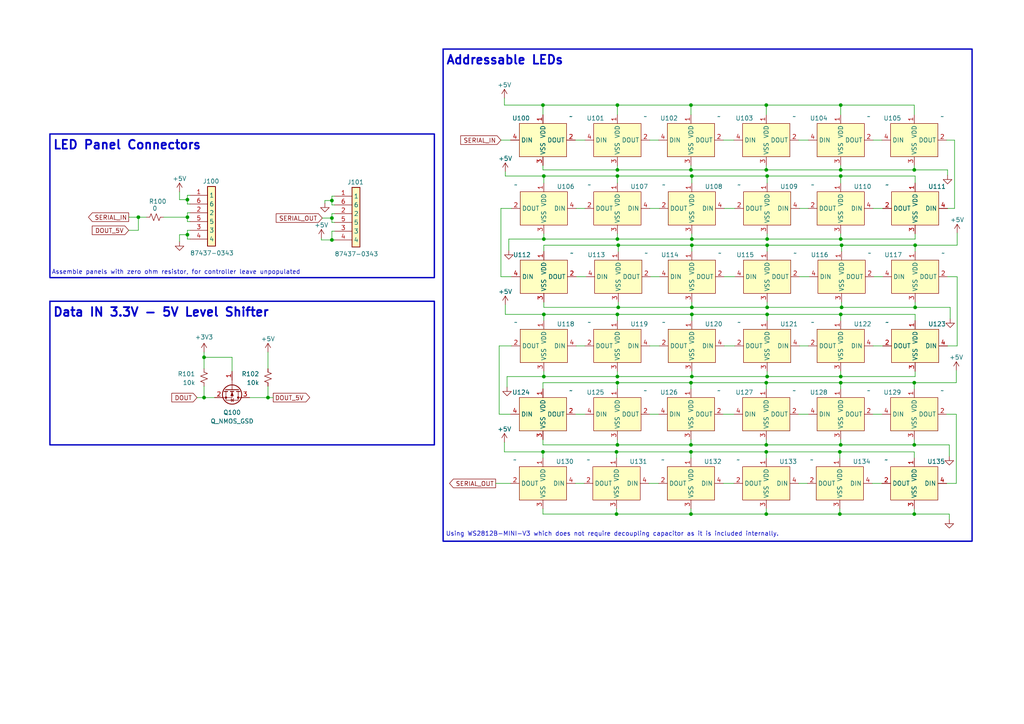
<source format=kicad_sch>
(kicad_sch (version 20231120) (generator "eeschema") (generator_version "8.0")
  (paper "A4")
  (lib_symbols
    (symbol "Device:Q_NMOS_GSD" (pin_names (offset 0) hide)
      (property "Reference" "Q" (at 5.08 1.27 0))
      (property "Value" "Q_NMOS_GSD" (at 5.08 -1.27 0))
      (symbol "Q_NMOS_GSD_0_1"
        (polyline (pts (xy 0.254 0) (xy -2.54 0)))
        (polyline (pts (xy 0.254 1.905) (xy 0.254 -1.905)) (stroke (width 0.254)))
        (polyline (pts (xy 0.762 -1.27) (xy 0.762 -2.286)) (stroke (width 0.254)))
        (polyline (pts (xy 0.762 0.508) (xy 0.762 -0.508)) (stroke (width 0.254)))
        (polyline (pts (xy 0.762 2.286) (xy 0.762 1.27)) (stroke (width 0.254)))
        (polyline (pts (xy 2.54 2.54) (xy 2.54 1.778)))
        (polyline (pts (xy 2.54 -2.54) (xy 2.54 0) (xy 0.762 0)))
        (polyline (pts (xy 0.762 -1.778) (xy 3.302 -1.778) (xy 3.302 1.778) (xy 0.762 1.778)))
        (polyline (pts (xy 1.016 0) (xy 2.032 0.381) (xy 2.032 -0.381) (xy 1.016 0)) (fill (type outline)))
        (polyline (pts (xy 2.794 0.508) (xy 2.921 0.381) (xy 3.683 0.381) (xy 3.81 0.254)))
        (polyline (pts (xy 3.302 0.381) (xy 2.921 -0.254) (xy 3.683 -0.254) (xy 3.302 0.381)))
        (circle (center 1.651 0) (radius 2.794) (stroke (width 0.254)))
        (circle (center 2.54 -1.778) (radius 0.254) (fill (type outline)))
        (circle (center 2.54 1.778) (radius 0.254) (fill (type outline)))
      )
      (symbol "Q_NMOS_GSD_1_1"
        (pin input line (at -5.08 0 0) (length 2.54) (name "G") (number "1"))
        (pin passive line (at 2.54 -5.08 90) (length 2.54) (name "S") (number "2"))
        (pin passive line (at 2.54 5.08 270) (length 2.54) (name "D") (number "3"))
      )
    )
    (symbol "Device:R_Small_US" (pin_numbers hide) (pin_names (offset 0.254) hide)
      (property "Reference" "R" (at 0.762 0.508 0))
      (property "Value" "R_Small_US" (at 0.762 -1.016 0))
      (symbol "R_Small_US_1_1"
        (polyline (pts (xy 0 0) (xy 1.016 -0.381) (xy 0 -0.762) (xy -1.016 -1.143) (xy 0 -1.524)))
        (polyline (pts (xy 0 1.524) (xy 1.016 1.143) (xy 0 0.762) (xy -1.016 0.381) (xy 0 0)))
        (pin passive line (at 0 2.54 270) (length 1.016) (name "~") (number "1"))
        (pin passive line (at 0 -2.54 90) (length 1.016) (name "~") (number "2"))
      )
    )
    (symbol "LEDSphere_symbols:WS2812B-MINI"
      (property "Reference" "U" (at -6.35 5.842 0))
      (symbol "WS2812B-MINI_1_1"
        (rectangle (start -6.858 4.826) (end 6.858 -4.826) (fill (type background)))
        (pin input line (at 0 7.366 270) (length 2.54) (name "VDD") (number "1"))
        (pin output line (at 9.398 0 180) (length 2.54) (name "DOUT") (number "2"))
        (pin input line (at 0 -7.366 90) (length 2.54) (name "VSS") (number "3"))
        (pin input line (at -9.398 0 0) (length 2.54) (name "DIN") (number "4"))
      )
    )
    (symbol "LEDSphere_symbols:molexConn_87437-0343"
      (property "Reference" "J" (at 0 5.08 0))
      (property "Value" "87437-0343" (at 1.016 -15.494 0))
      (symbol "molexConn_87437-0343_1_1"
        (rectangle (start 5.08 2.54) (end 7.366 -14.732) (stroke (width 0.254)) (fill (type background)))
        (pin passive line (at 0 0 0) (length 5.08) (name "1") (number "1"))
        (pin passive line (at 0 -5.08 0) (length 5.08) (name "2") (number "2"))
        (pin passive line (at 0 -10.16 0) (length 5.08) (name "3") (number "3"))
        (pin passive line (at 0 -12.7 0) (length 5.08) (name "4") (number "4"))
        (pin passive line (at 0 -7.62 0) (length 5.08) (name "5") (number "5"))
        (pin passive line (at 0 -2.54 0) (length 5.08) (name "6") (number "6"))
      )
    )
    (symbol "power:+3V3" (power) (pin_names (offset 0))
      (property "Value" "+3V3" (at 0 3.556 0))
      (symbol "+3V3_0_1"
        (polyline (pts (xy -0.762 1.27) (xy 0 2.54)))
        (polyline (pts (xy 0 0) (xy 0 2.54)))
        (polyline (pts (xy 0 2.54) (xy 0.762 1.27)))
      )
      (symbol "+3V3_1_1"
        (pin power_in line (at 0 0 90) (length 0) hide (name "+3V3") (number "1"))
      )
    )
    (symbol "power:+5V" (power) (pin_names (offset 0))
      (property "Value" "+5V" (at 0 3.556 0))
      (symbol "+5V_0_1"
        (polyline (pts (xy -0.762 1.27) (xy 0 2.54)))
        (polyline (pts (xy 0 0) (xy 0 2.54)))
        (polyline (pts (xy 0 2.54) (xy 0.762 1.27)))
      )
      (symbol "+5V_1_1"
        (pin power_in line (at 0 0 90) (length 0) hide (name "+5V") (number "1"))
      )
    )
    (symbol "power:GND" (power) (pin_names (offset 0))
      (property "Value" "GND" (at 0 -3.81 0))
      (symbol "GND_0_1"
        (polyline (pts (xy 0 0) (xy 0 -1.27) (xy 1.27 -1.27) (xy 0 -2.54) (xy -1.27 -1.27) (xy 0 -1.27)))
      )
      (symbol "GND_1_1"
        (pin power_in line (at 0 0 270) (length 0) hide (name "GND") (number "1"))
      )
    )
  )
  (junction (at 222.25 129.032))
  (junction (at 59.182 103.632))
  (junction (at 200.66 109.22))
  (junction (at 157.734 69.342))
  (junction (at 54.356 57.912))
  (junction (at 200.406 131.064))
  (junction (at 179.07 30.48))
  (junction (at 243.84 110.998))
  (junction (at 179.324 71.12))
  (junction (at 265.176 110.998))
  (junction (at 243.84 129.032))
  (junction (at 200.406 49.276))
  (junction (at 200.66 89.154))
  (junction (at 157.48 30.48))
  (junction (at 244.094 71.12))
  (junction (at 40.132 62.992))
  (junction (at 243.84 51.054))
  (junction (at 200.66 71.12))
  (junction (at 179.324 89.154))
  (junction (at 96.266 69.596))
  (junction (at 222.504 91.186))
  (junction (at 179.07 129.032))
  (junction (at 96.266 58.166))
  (junction (at 222.25 131.064))
  (junction (at 157.734 109.22))
  (junction (at 179.07 49.276))
  (junction (at 178.816 149.098))
  (junction (at 96.266 63.246))
  (junction (at 222.25 110.998))
  (junction (at 265.43 71.12))
  (junction (at 222.25 30.48))
  (junction (at 179.07 109.22))
  (junction (at 265.176 149.098))
  (junction (at 179.07 110.998))
  (junction (at 54.356 68.072))
  (junction (at 243.586 131.064))
  (junction (at 54.356 62.992))
  (junction (at 200.406 110.998))
  (junction (at 179.07 91.186))
  (junction (at 222.504 69.342))
  (junction (at 200.66 69.342))
  (junction (at 157.734 91.186))
  (junction (at 222.504 51.054))
  (junction (at 244.094 89.154))
  (junction (at 243.84 30.48))
  (junction (at 200.406 129.032))
  (junction (at 179.07 51.054))
  (junction (at 222.504 89.154))
  (junction (at 200.66 51.054))
  (junction (at 157.734 51.054))
  (junction (at 265.176 49.276))
  (junction (at 243.586 149.098))
  (junction (at 265.176 129.032))
  (junction (at 222.504 71.12))
  (junction (at 243.84 49.276))
  (junction (at 59.182 115.316))
  (junction (at 265.43 89.154))
  (junction (at 200.406 149.098))
  (junction (at 200.66 91.186))
  (junction (at 243.84 69.342))
  (junction (at 179.07 69.342))
  (junction (at 243.84 109.22))
  (junction (at 222.504 109.22))
  (junction (at 178.816 131.064))
  (junction (at 157.48 131.064))
  (junction (at 243.84 91.186))
  (junction (at 77.724 115.316))
  (junction (at 200.406 30.48))
  (junction (at 222.25 49.276))
  (junction (at 222.25 149.098))
  (wire (pts (xy 244.094 71.12) (xy 244.094 72.898)))
  (wire (pts (xy 191.008 140.208) (xy 188.214 140.208)))
  (wire (pts (xy 265.176 110.998) (xy 243.84 110.998)))
  (wire (pts (xy 243.84 110.998) (xy 243.84 112.776)))
  (wire (pts (xy 179.07 110.998) (xy 200.406 110.998)))
  (wire (pts (xy 265.176 112.776) (xy 265.176 110.998)))
  (wire (pts (xy 243.586 131.064) (xy 222.25 131.064)))
  (wire (pts (xy 234.442 60.452) (xy 231.902 60.452)))
  (wire (pts (xy 275.59 89.154) (xy 265.43 89.154)))
  (wire (pts (xy 96.266 67.056) (xy 96.266 69.596)))
  (wire (pts (xy 213.106 60.452) (xy 210.058 60.452)))
  (wire (pts (xy 222.504 87.63) (xy 222.504 89.154)))
  (wire (pts (xy 179.324 87.63) (xy 179.324 89.154)))
  (wire (pts (xy 265.176 33.274) (xy 265.176 30.48)))
  (wire (pts (xy 179.07 51.054) (xy 200.66 51.054)))
  (wire (pts (xy 157.734 67.818) (xy 157.734 69.342)))
  (wire (pts (xy 253.238 120.142) (xy 255.778 120.142)))
  (wire (pts (xy 265.43 87.63) (xy 265.43 89.154)))
  (wire (pts (xy 200.66 92.964) (xy 200.66 91.186)))
  (wire (pts (xy 77.724 112.014) (xy 77.724 115.316)))
  (wire (pts (xy 200.406 112.776) (xy 200.406 110.998)))
  (wire (pts (xy 277.368 120.142) (xy 277.368 140.208)))
  (wire (pts (xy 222.504 53.086) (xy 222.504 51.054)))
  (wire (pts (xy 148.336 60.452) (xy 145.288 60.452)))
  (wire (pts (xy 54.356 56.642) (xy 54.356 57.912)))
  (wire (pts (xy 52.07 55.626) (xy 52.07 57.912)))
  (wire (pts (xy 222.25 129.032) (xy 243.84 129.032)))
  (wire (pts (xy 55.118 56.642) (xy 54.356 56.642)))
  (wire (pts (xy 276.86 40.64) (xy 276.86 60.452)))
  (wire (pts (xy 96.266 61.976) (xy 96.266 63.246)))
  (wire (pts (xy 265.43 53.086) (xy 265.43 51.054)))
  (wire (pts (xy 93.218 69.088) (xy 93.218 69.596)))
  (wire (pts (xy 222.504 72.898) (xy 222.504 71.12)))
  (wire (pts (xy 243.84 30.48) (xy 222.25 30.48)))
  (wire (pts (xy 243.84 33.274) (xy 243.84 30.48)))
  (wire (pts (xy 179.07 67.818) (xy 179.07 69.342)))
  (wire (pts (xy 62.23 115.316) (xy 59.182 115.316)))
  (wire (pts (xy 210.058 80.264) (xy 213.106 80.264)))
  (wire (pts (xy 243.84 67.818) (xy 243.84 69.342)))
  (wire (pts (xy 265.43 71.12) (xy 244.094 71.12)))
  (wire (pts (xy 200.406 48.006) (xy 200.406 49.276)))
  (wire (pts (xy 231.902 80.264) (xy 234.696 80.264)))
  (wire (pts (xy 96.266 58.166) (xy 96.266 59.436)))
  (wire (pts (xy 275.336 132.334) (xy 275.336 129.032)))
  (wire (pts (xy 54.356 66.802) (xy 54.356 68.072)))
  (wire (pts (xy 222.25 30.48) (xy 200.406 30.48)))
  (wire (pts (xy 178.816 147.574) (xy 178.816 149.098)))
  (wire (pts (xy 244.094 71.12) (xy 222.504 71.12)))
  (wire (pts (xy 37.338 62.992) (xy 40.132 62.992)))
  (wire (pts (xy 148.082 120.142) (xy 144.78 120.142)))
  (wire (pts (xy 55.118 61.722) (xy 54.356 61.722)))
  (wire (pts (xy 77.724 115.316) (xy 72.39 115.316)))
  (wire (pts (xy 157.734 109.22) (xy 179.07 109.22)))
  (wire (pts (xy 200.66 69.342) (xy 179.07 69.342)))
  (wire (pts (xy 157.734 72.898) (xy 157.734 71.12)))
  (wire (pts (xy 265.43 72.898) (xy 265.43 71.12)))
  (wire (pts (xy 157.48 48.006) (xy 157.48 49.276)))
  (wire (pts (xy 178.816 131.064) (xy 178.816 132.842)))
  (wire (pts (xy 274.828 50.8) (xy 274.828 49.276)))
  (wire (pts (xy 157.734 91.186) (xy 179.07 91.186)))
  (wire (pts (xy 96.266 69.596) (xy 97.028 69.596)))
  (wire (pts (xy 57.15 115.316) (xy 59.182 115.316)))
  (wire (pts (xy 157.734 69.342) (xy 179.07 69.342)))
  (wire (pts (xy 157.48 129.032) (xy 179.07 129.032)))
  (wire (pts (xy 59.182 103.632) (xy 59.182 106.934)))
  (wire (pts (xy 157.734 87.63) (xy 157.734 89.154)))
  (wire (pts (xy 55.118 66.802) (xy 54.356 66.802)))
  (wire (pts (xy 265.43 92.964) (xy 265.43 91.186)))
  (wire (pts (xy 200.406 110.998) (xy 222.25 110.998)))
  (wire (pts (xy 144.78 120.142) (xy 144.78 100.33)))
  (wire (pts (xy 179.07 112.776) (xy 179.07 110.998)))
  (wire (pts (xy 167.132 80.264) (xy 169.926 80.264)))
  (wire (pts (xy 222.504 67.818) (xy 222.504 69.342)))
  (wire (pts (xy 157.734 92.964) (xy 157.734 91.186)))
  (wire (pts (xy 200.66 72.898) (xy 200.66 71.12)))
  (wire (pts (xy 265.176 127.508) (xy 265.176 129.032)))
  (wire (pts (xy 54.356 59.182) (xy 55.118 59.182)))
  (wire (pts (xy 179.324 89.154) (xy 200.66 89.154)))
  (wire (pts (xy 274.828 100.33) (xy 277.622 100.33)))
  (wire (pts (xy 243.586 132.842) (xy 243.586 131.064)))
  (wire (pts (xy 222.25 149.098) (xy 200.406 149.098)))
  (wire (pts (xy 200.66 107.696) (xy 200.66 109.22)))
  (wire (pts (xy 231.648 120.142) (xy 234.442 120.142)))
  (wire (pts (xy 274.574 140.208) (xy 277.368 140.208)))
  (wire (pts (xy 200.66 67.818) (xy 200.66 69.342)))
  (wire (pts (xy 147.574 69.342) (xy 157.734 69.342)))
  (wire (pts (xy 243.84 51.054) (xy 243.84 53.086)))
  (wire (pts (xy 93.472 63.246) (xy 96.266 63.246)))
  (wire (pts (xy 188.468 120.142) (xy 191.008 120.142)))
  (wire (pts (xy 147.574 69.342) (xy 147.574 72.644)))
  (wire (pts (xy 40.132 62.992) (xy 42.418 62.992)))
  (wire (pts (xy 54.356 62.992) (xy 54.356 64.262)))
  (wire (pts (xy 274.828 49.276) (xy 265.176 49.276)))
  (wire (pts (xy 265.43 109.22) (xy 243.84 109.22)))
  (wire (pts (xy 179.07 129.032) (xy 200.406 129.032)))
  (wire (pts (xy 179.07 49.276) (xy 179.07 48.006)))
  (wire (pts (xy 77.724 115.316) (xy 79.248 115.316)))
  (wire (pts (xy 145.288 80.264) (xy 148.336 80.264)))
  (wire (pts (xy 157.734 71.12) (xy 179.324 71.12)))
  (wire (pts (xy 244.094 87.63) (xy 244.094 89.154)))
  (wire (pts (xy 94.234 58.928) (xy 94.234 58.166)))
  (wire (pts (xy 274.828 80.264) (xy 277.622 80.264)))
  (wire (pts (xy 265.43 107.696) (xy 265.43 109.22)))
  (wire (pts (xy 157.734 51.054) (xy 179.07 51.054)))
  (wire (pts (xy 97.028 67.056) (xy 96.266 67.056)))
  (wire (pts (xy 157.734 53.086) (xy 157.734 51.054)))
  (wire (pts (xy 200.406 30.48) (xy 179.07 30.48)))
  (wire (pts (xy 243.84 107.696) (xy 243.84 109.22)))
  (wire (pts (xy 275.336 149.098) (xy 265.176 149.098)))
  (wire (pts (xy 52.07 70.104) (xy 52.07 68.072)))
  (wire (pts (xy 157.734 107.696) (xy 157.734 109.22)))
  (wire (pts (xy 222.25 48.006) (xy 222.25 49.276)))
  (wire (pts (xy 145.288 40.64) (xy 148.082 40.64)))
  (wire (pts (xy 243.84 92.964) (xy 243.84 91.186)))
  (wire (pts (xy 97.028 56.896) (xy 96.266 56.896)))
  (wire (pts (xy 146.304 128.27) (xy 146.304 131.064)))
  (wire (pts (xy 243.84 110.998) (xy 222.25 110.998)))
  (wire (pts (xy 54.356 69.342) (xy 55.118 69.342)))
  (wire (pts (xy 157.48 127.508) (xy 157.48 129.032)))
  (wire (pts (xy 178.816 131.064) (xy 200.406 131.064)))
  (wire (pts (xy 277.622 67.564) (xy 277.622 71.12)))
  (wire (pts (xy 222.25 33.274) (xy 222.25 30.48)))
  (wire (pts (xy 222.25 132.842) (xy 222.25 131.064)))
  (wire (pts (xy 145.288 60.452) (xy 145.288 80.264)))
  (wire (pts (xy 213.106 100.33) (xy 210.058 100.33)))
  (wire (pts (xy 265.176 48.006) (xy 265.176 49.276)))
  (wire (pts (xy 188.468 40.64) (xy 191.008 40.64)))
  (wire (pts (xy 143.764 140.208) (xy 148.082 140.208)))
  (wire (pts (xy 256.032 100.33) (xy 253.238 100.33)))
  (wire (pts (xy 52.07 68.072) (xy 54.356 68.072)))
  (wire (pts (xy 265.176 30.48) (xy 243.84 30.48)))
  (wire (pts (xy 265.43 69.342) (xy 243.84 69.342)))
  (wire (pts (xy 191.262 100.33) (xy 188.468 100.33)))
  (wire (pts (xy 157.48 132.842) (xy 157.48 131.064)))
  (wire (pts (xy 243.586 147.574) (xy 243.586 149.098)))
  (wire (pts (xy 169.418 140.208) (xy 166.878 140.208)))
  (wire (pts (xy 157.48 131.064) (xy 178.816 131.064)))
  (wire (pts (xy 93.218 69.596) (xy 96.266 69.596)))
  (wire (pts (xy 265.43 67.818) (xy 265.43 69.342)))
  (wire (pts (xy 157.734 89.154) (xy 179.324 89.154)))
  (wire (pts (xy 179.07 30.48) (xy 179.07 33.274)))
  (wire (pts (xy 275.336 129.032) (xy 265.176 129.032)))
  (wire (pts (xy 169.672 100.33) (xy 167.132 100.33)))
  (wire (pts (xy 265.176 149.098) (xy 243.586 149.098)))
  (wire (pts (xy 265.176 131.064) (xy 243.586 131.064)))
  (wire (pts (xy 179.07 107.696) (xy 179.07 109.22)))
  (wire (pts (xy 157.48 30.48) (xy 179.07 30.48)))
  (wire (pts (xy 277.368 107.442) (xy 277.368 110.998)))
  (wire (pts (xy 253.492 80.264) (xy 256.032 80.264)))
  (wire (pts (xy 67.31 103.632) (xy 59.182 103.632)))
  (wire (pts (xy 96.266 59.436) (xy 97.028 59.436)))
  (wire (pts (xy 222.504 69.342) (xy 200.66 69.342)))
  (wire (pts (xy 222.25 131.064) (xy 200.406 131.064)))
  (wire (pts (xy 59.182 102.108) (xy 59.182 103.632)))
  (wire (pts (xy 265.176 49.276) (xy 243.84 49.276)))
  (wire (pts (xy 169.672 60.452) (xy 167.132 60.452)))
  (wire (pts (xy 147.066 109.22) (xy 157.734 109.22)))
  (wire (pts (xy 179.07 91.186) (xy 179.07 92.964)))
  (wire (pts (xy 265.176 129.032) (xy 243.84 129.032)))
  (wire (pts (xy 146.558 51.054) (xy 157.734 51.054)))
  (wire (pts (xy 146.304 131.064) (xy 157.48 131.064)))
  (wire (pts (xy 157.48 149.098) (xy 178.816 149.098)))
  (wire (pts (xy 54.356 64.262) (xy 55.118 64.262)))
  (wire (pts (xy 256.032 60.452) (xy 253.238 60.452)))
  (wire (pts (xy 200.66 89.154) (xy 222.504 89.154)))
  (wire (pts (xy 179.324 71.12) (xy 200.66 71.12)))
  (wire (pts (xy 265.176 147.574) (xy 265.176 149.098)))
  (wire (pts (xy 157.48 110.998) (xy 179.07 110.998)))
  (wire (pts (xy 179.324 72.898) (xy 179.324 71.12)))
  (wire (pts (xy 188.722 80.264) (xy 191.262 80.264)))
  (wire (pts (xy 146.558 91.186) (xy 157.734 91.186)))
  (wire (pts (xy 253.238 40.64) (xy 255.778 40.64)))
  (wire (pts (xy 146.304 28.448) (xy 146.304 30.48)))
  (wire (pts (xy 147.066 112.268) (xy 147.066 109.22)))
  (wire (pts (xy 94.234 58.166) (xy 96.266 58.166)))
  (wire (pts (xy 222.25 147.574) (xy 222.25 149.098)))
  (wire (pts (xy 157.48 49.276) (xy 179.07 49.276)))
  (wire (pts (xy 274.574 40.64) (xy 276.86 40.64)))
  (wire (pts (xy 54.356 61.722) (xy 54.356 62.992)))
  (wire (pts (xy 222.25 49.276) (xy 200.406 49.276)))
  (wire (pts (xy 200.66 109.22) (xy 179.07 109.22)))
  (wire (pts (xy 209.804 40.64) (xy 212.852 40.64)))
  (wire (pts (xy 200.406 132.842) (xy 200.406 131.064)))
  (wire (pts (xy 179.07 53.086) (xy 179.07 51.054)))
  (wire (pts (xy 179.07 127.508) (xy 179.07 129.032)))
  (wire (pts (xy 157.48 147.574) (xy 157.48 149.098)))
  (wire (pts (xy 231.648 40.64) (xy 234.442 40.64)))
  (wire (pts (xy 277.622 71.12) (xy 265.43 71.12)))
  (wire (pts (xy 243.84 91.186) (xy 222.504 91.186)))
  (wire (pts (xy 243.84 49.276) (xy 222.25 49.276)))
  (wire (pts (xy 157.48 33.274) (xy 157.48 30.48)))
  (wire (pts (xy 47.498 62.992) (xy 54.356 62.992)))
  (wire (pts (xy 222.504 109.22) (xy 200.66 109.22)))
  (wire (pts (xy 54.356 57.912) (xy 54.356 59.182)))
  (wire (pts (xy 276.86 60.452) (xy 274.828 60.452)))
  (wire (pts (xy 265.43 51.054) (xy 243.84 51.054)))
  (wire (pts (xy 234.442 100.33) (xy 231.902 100.33)))
  (wire (pts (xy 243.586 149.098) (xy 222.25 149.098)))
  (wire (pts (xy 191.262 60.452) (xy 188.468 60.452)))
  (wire (pts (xy 222.504 91.186) (xy 200.66 91.186)))
  (wire (pts (xy 200.406 147.574) (xy 200.406 149.098)))
  (wire (pts (xy 212.852 140.208) (xy 209.804 140.208)))
  (wire (pts (xy 144.78 100.33) (xy 148.336 100.33)))
  (wire (pts (xy 275.336 150.622) (xy 275.336 149.098)))
  (wire (pts (xy 277.622 80.264) (xy 277.622 100.33)))
  (wire (pts (xy 59.182 115.316) (xy 59.182 112.014)))
  (wire (pts (xy 200.406 149.098) (xy 178.816 149.098)))
  (wire (pts (xy 222.25 112.776) (xy 222.25 110.998)))
  (wire (pts (xy 157.48 112.776) (xy 157.48 110.998)))
  (wire (pts (xy 234.188 140.208) (xy 231.648 140.208)))
  (wire (pts (xy 222.504 92.964) (xy 222.504 91.186)))
  (wire (pts (xy 277.368 110.998) (xy 265.176 110.998)))
  (wire (pts (xy 200.66 87.63) (xy 200.66 89.154)))
  (wire (pts (xy 265.43 91.186) (xy 243.84 91.186)))
  (wire (pts (xy 77.724 102.108) (xy 77.724 106.934)))
  (wire (pts (xy 209.804 120.142) (xy 212.852 120.142)))
  (wire (pts (xy 222.25 127.508) (xy 222.25 129.032)))
  (wire (pts (xy 243.84 48.006) (xy 243.84 49.276)))
  (wire (pts (xy 97.028 61.976) (xy 96.266 61.976)))
  (wire (pts (xy 146.558 88.392) (xy 146.558 91.186)))
  (wire (pts (xy 275.59 92.456) (xy 275.59 89.154)))
  (wire (pts (xy 274.574 120.142) (xy 277.368 120.142)))
  (wire (pts (xy 166.878 40.64) (xy 169.672 40.64)))
  (wire (pts (xy 146.558 49.784) (xy 146.558 51.054)))
  (wire (pts (xy 243.84 127.508) (xy 243.84 129.032)))
  (wire (pts (xy 166.878 120.142) (xy 169.672 120.142)))
  (wire (pts (xy 200.66 51.054) (xy 222.504 51.054)))
  (wire (pts (xy 243.84 109.22) (xy 222.504 109.22)))
  (wire (pts (xy 222.504 89.154) (xy 244.094 89.154)))
  (wire (pts (xy 67.31 107.696) (xy 67.31 103.632)))
  (wire (pts (xy 222.504 107.696) (xy 222.504 109.22)))
  (wire (pts (xy 200.66 53.086) (xy 200.66 51.054)))
  (wire (pts (xy 243.84 69.342) (xy 222.504 69.342)))
  (wire (pts (xy 200.406 129.032) (xy 222.25 129.032)))
  (wire (pts (xy 222.504 51.054) (xy 243.84 51.054)))
  (wire (pts (xy 265.176 132.842) (xy 265.176 131.064)))
  (wire (pts (xy 200.66 71.12) (xy 222.504 71.12)))
  (wire (pts (xy 200.406 33.274) (xy 200.406 30.48)))
  (wire (pts (xy 40.132 66.802) (xy 40.132 62.992)))
  (wire (pts (xy 54.356 68.072) (xy 54.356 69.342)))
  (wire (pts (xy 52.07 57.912) (xy 54.356 57.912)))
  (wire (pts (xy 200.406 49.276) (xy 179.07 49.276)))
  (wire (pts (xy 265.43 89.154) (xy 244.094 89.154)))
  (wire (pts (xy 179.07 91.186) (xy 200.66 91.186)))
  (wire (pts (xy 255.778 140.208) (xy 252.984 140.208)))
  (wire (pts (xy 96.266 63.246) (xy 96.266 64.516)))
  (wire (pts (xy 146.304 30.48) (xy 157.48 30.48)))
  (wire (pts (xy 200.406 127.508) (xy 200.406 129.032)))
  (wire (pts (xy 96.266 64.516) (xy 97.028 64.516)))
  (wire (pts (xy 37.338 66.802) (xy 40.132 66.802)))
  (wire (pts (xy 96.266 56.896) (xy 96.266 58.166)))
  (rectangle (start 14.478 87.376) (end 125.984 129.032) (stroke (width 0.4)))
  (rectangle (start 128.524 14.224) (end 281.94 156.972) (stroke (width 0.4)))
  (rectangle (start 14.478 38.862) (end 125.984 80.518) (stroke (width 0.4)))
  (text "LED Panel Connectors" (at 15.24 43.688 0) (effects (font (size 2.54 2.54) (thickness 0.508) (bold yes)) (justify left bottom)))
  (text "Addressable LEDs" (at 129.286 19.05 0) (effects (font (size 2.54 2.54) (thickness 0.508) (bold yes)) (justify left bottom)))
  (text "Data IN 3.3V - 5V Level Shifter " (at 15.24 92.202 0) (effects (font (size 2.54 2.54) (thickness 0.508) (bold yes)) (justify left bottom)))
  (text "Assemble panels with zero ohm resistor, for controller leave unpopulated" (at 14.986 79.756 0) (effects (font (size 1.27 1.27)) (justify left bottom)))
  (text "Using WS2812B-MINI-V3 which does not require decoupling capacitor as it is included internally." (at 129.286 155.702 0) (effects (font (size 1.27 1.27)) (justify left bottom)))
  (global_label "SERIAL_OUT" (shape output) (at 143.764 140.208 180) (property "Intersheetrefs" "${INTERSHEET_REFS}" (effects (hide yes))))
  (global_label "DOUT" (shape input) (at 57.15 115.316 180) (property "Intersheetrefs" "${INTERSHEET_REFS}" (effects (hide yes))))
  (global_label "SERIAL_OUT" (shape input) (at 93.472 63.246 180) (property "Intersheetrefs" "${INTERSHEET_REFS}" (effects (hide yes))))
  (global_label "DOUT_5V" (shape input) (at 37.338 66.802 180) (property "Intersheetrefs" "${INTERSHEET_REFS}" (effects (hide yes))))
  (global_label "SERIAL_IN" (shape output) (at 37.338 62.992 180) (property "Intersheetrefs" "${INTERSHEET_REFS}" (effects (hide yes))))
  (global_label "DOUT_5V" (shape output) (at 79.248 115.316 0) (property "Intersheetrefs" "${INTERSHEET_REFS}" (effects (hide yes))))
  (global_label "SERIAL_IN" (shape input) (at 145.288 40.64 180) (property "Intersheetrefs" "${INTERSHEET_REFS}" (effects (hide yes))))
  (symbol (lib_id "power:GND") (at 274.828 50.8 0) (unit 1)
    (property "Reference" "#PWR0102" (effects (hide yes)))
    (property "Value" "GND" (effects (hide yes)))
  )
  (symbol (lib_id "LEDSphere_symbols:WS2812B-MINI") (at 243.84 60.452 0) (mirror y) (unit 1)
    (property "Reference" "U110" (at 250.19 54.102 0))
    (property "Value" "~" (at 235.712 53.594 0))
    (property "Footprint" "LEDSphere_footprints:WS2812-W-MINI" (effects (hide yes)))
  )
  (symbol (lib_id "power:GND") (at 275.59 92.456 0) (unit 1)
    (property "Reference" "#PWR0110" (effects (hide yes)))
    (property "Value" "GND" (effects (hide yes)))
  )
  (symbol (lib_id "power:+5V") (at 93.218 69.088 0) (unit 1)
    (property "Reference" "#PWR0104" (effects (hide yes)))
    (property "Value" "+5V" (at 93.218 65.278 0))
  )
  (symbol (lib_id "LEDSphere_symbols:WS2812B-MINI") (at 265.176 40.64 0) (unit 1)
    (property "Reference" "U105" (at 258.826 34.29 0))
    (property "Value" "~" (at 273.304 33.782 0))
    (property "Footprint" "LEDSphere_footprints:WS2812-W-MINI" (effects (hide yes)))
  )
  (symbol (lib_id "LEDSphere_symbols:WS2812B-MINI") (at 157.48 40.64 0) (unit 1)
    (property "Reference" "U100" (at 151.13 34.29 0))
    (property "Value" "~" (at 165.608 33.782 0))
    (property "Footprint" "LEDSphere_footprints:WS2812-W-MINI" (effects (hide yes)))
  )
  (symbol (lib_id "LEDSphere_symbols:WS2812B-MINI") (at 244.094 80.264 0) (unit 1)
    (property "Reference" "U116" (at 237.744 73.914 0))
    (property "Value" "~" (at 252.222 73.406 0))
    (property "Footprint" "LEDSphere_footprints:WS2812-W-MINI" (effects (hide yes)))
  )
  (symbol (lib_id "power:GND") (at 94.234 58.928 0) (unit 1)
    (property "Reference" "#PWR0107" (effects (hide yes)))
    (property "Value" "GND" (effects (hide yes)))
  )
  (symbol (lib_id "LEDSphere_symbols:WS2812B-MINI") (at 157.734 100.33 0) (mirror y) (unit 1)
    (property "Reference" "U118" (at 164.084 93.98 0))
    (property "Value" "~" (at 149.606 93.472 0))
    (property "Footprint" "LEDSphere_footprints:WS2812-W-MINI" (effects (hide yes)))
  )
  (symbol (lib_id "LEDSphere_symbols:WS2812B-MINI") (at 243.84 120.142 0) (unit 1)
    (property "Reference" "U128" (at 237.49 113.792 0))
    (property "Value" "~" (at 251.968 113.284 0))
    (property "Footprint" "LEDSphere_footprints:WS2812-W-MINI" (effects (hide yes)))
  )
  (symbol (lib_id "power:+3V3") (at 59.182 102.108 0) (unit 1)
    (property "Reference" "#PWR0111" (effects (hide yes)))
    (property "Value" "+3V3" (at 59.182 97.79 0))
  )
  (symbol (lib_id "LEDSphere_symbols:WS2812B-MINI") (at 265.176 120.142 0) (unit 1)
    (property "Reference" "U129" (at 258.826 113.792 0))
    (property "Value" "~" (at 273.304 113.284 0))
    (property "Footprint" "LEDSphere_footprints:WS2812-W-MINI" (effects (hide yes)))
  )
  (symbol (lib_id "power:+5V") (at 146.558 49.784 0) (unit 1)
    (property "Reference" "#PWR0101" (effects (hide yes)))
    (property "Value" "+5V" (at 146.558 45.974 0))
  )
  (symbol (lib_id "LEDSphere_symbols:molexConn_87437-0343") (at 97.028 56.896 0) (unit 1)
    (property "Reference" "J101" (at 103.124 52.832 0))
    (property "Value" "87437-0343" (at 103.378 73.66 0))
    (property "Footprint" "SamacSys_Parts:874370343" (effects (hide yes)))
    (property "Datasheet" "https://componentsearchengine.com/Datasheets/2/87437-0343.pdf" (effects (hide yes)))
    (property "Height" "6.1" (effects (hide yes)))
    (property "Mouser Part Number" "538-87437-0343" (effects (hide yes)))
    (property "Mouser Price/Stock" "https://www.mouser.co.uk/ProductDetail/Molex/87437-0343?qs=ecQuvdwyeLo6LNPO7tQLAw%3D%3D" (effects (hide yes)))
    (property "Manufacturer_Name" "Molex" (effects (hide yes)))
    (property "Manufacturer_Part_Number" "87437-0343" (effects (hide yes)))
  )
  (symbol (lib_id "LEDSphere_symbols:WS2812B-MINI") (at 157.48 120.142 0) (unit 1)
    (property "Reference" "U124" (at 151.13 113.792 0))
    (property "Value" "~" (at 165.608 113.284 0))
    (property "Footprint" "LEDSphere_footprints:WS2812-W-MINI" (effects (hide yes)))
  )
  (symbol (lib_id "LEDSphere_symbols:WS2812B-MINI") (at 243.84 40.64 0) (unit 1)
    (property "Reference" "U104" (at 237.49 34.29 0))
    (property "Value" "~" (at 251.968 33.782 0))
    (property "Footprint" "LEDSphere_footprints:WS2812-W-MINI" (effects (hide yes)))
  )
  (symbol (lib_id "LEDSphere_symbols:WS2812B-MINI") (at 157.734 80.264 0) (unit 1)
    (property "Reference" "U112" (at 151.384 73.914 0))
    (property "Value" "~" (at 165.862 73.406 0))
    (property "Footprint" "LEDSphere_footprints:WS2812-W-MINI" (effects (hide yes)))
  )
  (symbol (lib_id "LEDSphere_symbols:WS2812B-MINI") (at 157.734 60.452 0) (mirror y) (unit 1)
    (property "Reference" "U106" (at 164.084 54.102 0))
    (property "Value" "~" (at 149.606 53.594 0))
    (property "Footprint" "LEDSphere_footprints:WS2812-W-MINI" (effects (hide yes)))
  )
  (symbol (lib_id "LEDSphere_symbols:WS2812B-MINI") (at 157.48 140.208 0) (mirror y) (unit 1)
    (property "Reference" "U130" (at 163.83 133.858 0))
    (property "Value" "~" (at 149.352 133.35 0))
    (property "Footprint" "LEDSphere_footprints:WS2812-W-MINI" (effects (hide yes)))
  )
  (symbol (lib_id "power:+5V") (at 52.07 55.626 0) (unit 1)
    (property "Reference" "#PWR0103" (effects (hide yes)))
    (property "Value" "+5V" (at 52.07 51.816 0))
  )
  (symbol (lib_id "power:+5V") (at 146.558 88.392 0) (unit 1)
    (property "Reference" "#PWR0109" (effects (hide yes)))
    (property "Value" "+5V" (at 146.558 84.582 0))
  )
  (symbol (lib_id "LEDSphere_symbols:WS2812B-MINI") (at 200.66 60.452 0) (mirror y) (unit 1)
    (property "Reference" "U108" (at 207.01 54.102 0))
    (property "Value" "~" (at 192.532 53.594 0))
    (property "Footprint" "LEDSphere_footprints:WS2812-W-MINI" (effects (hide yes)))
  )
  (symbol (lib_id "power:+5V") (at 146.304 128.27 0) (unit 1)
    (property "Reference" "#PWR0115" (effects (hide yes)))
    (property "Value" "+5V" (at 146.304 124.46 0))
  )
  (symbol (lib_id "LEDSphere_symbols:WS2812B-MINI") (at 178.816 140.208 0) (mirror y) (unit 1)
    (property "Reference" "U131" (at 185.166 133.858 0))
    (property "Value" "~" (at 170.688 133.35 0))
    (property "Footprint" "LEDSphere_footprints:WS2812-W-MINI" (effects (hide yes)))
  )
  (symbol (lib_id "power:+5V") (at 277.368 107.442 0) (unit 1)
    (property "Reference" "#PWR0113" (effects (hide yes)))
    (property "Value" "+5V" (at 277.368 103.632 0))
  )
  (symbol (lib_id "power:GND") (at 147.066 112.268 0) (unit 1)
    (property "Reference" "#PWR027" (effects (hide yes)))
    (property "Value" "GND" (effects (hide yes)))
  )
  (symbol (lib_id "LEDSphere_symbols:WS2812B-MINI") (at 243.84 100.33 0) (mirror y) (unit 1)
    (property "Reference" "U122" (at 250.19 93.98 0))
    (property "Value" "~" (at 235.712 93.472 0))
    (property "Footprint" "LEDSphere_footprints:WS2812-W-MINI" (effects (hide yes)))
  )
  (symbol (lib_id "LEDSphere_symbols:WS2812B-MINI") (at 222.504 60.452 0) (mirror y) (unit 1)
    (property "Reference" "U109" (at 228.854 54.102 0))
    (property "Value" "~" (at 214.376 53.594 0))
    (property "Footprint" "LEDSphere_footprints:WS2812-W-MINI" (effects (hide yes)))
  )
  (symbol (lib_id "LEDSphere_symbols:WS2812B-MINI") (at 200.66 80.264 0) (unit 1)
    (property "Reference" "U114" (at 194.31 73.914 0))
    (property "Value" "~" (at 208.788 73.406 0))
    (property "Footprint" "LEDSphere_footprints:WS2812-W-MINI" (effects (hide yes)))
  )
  (symbol (lib_id "power:GND") (at 52.07 70.104 0) (unit 1)
    (property "Reference" "#PWR0106" (effects (hide yes)))
    (property "Value" "GND" (effects (hide yes)))
  )
  (symbol (lib_id "LEDSphere_symbols:molexConn_87437-0343") (at 55.118 56.642 0) (unit 1)
    (property "Reference" "J100" (at 61.214 52.578 0))
    (property "Value" "87437-0343" (at 61.468 73.406 0))
    (property "Footprint" "SamacSys_Parts:874370343" (effects (hide yes)))
    (property "Datasheet" "https://componentsearchengine.com/Datasheets/2/87437-0343.pdf" (effects (hide yes)))
    (property "Height" "6.1" (effects (hide yes)))
    (property "Mouser Part Number" "538-87437-0343" (effects (hide yes)))
    (property "Mouser Price/Stock" "https://www.mouser.co.uk/ProductDetail/Molex/87437-0343?qs=ecQuvdwyeLo6LNPO7tQLAw%3D%3D" (effects (hide yes)))
    (property "Manufacturer_Name" "Molex" (effects (hide yes)))
    (property "Manufacturer_Part_Number" "87437-0343" (effects (hide yes)))
  )
  (symbol (lib_id "power:+5V") (at 277.622 67.564 0) (unit 1)
    (property "Reference" "#PWR0105" (effects (hide yes)))
    (property "Value" "+5V" (at 277.622 63.754 0))
  )
  (symbol (lib_id "LEDSphere_symbols:WS2812B-MINI") (at 200.406 40.64 0) (unit 1)
    (property "Reference" "U102" (at 194.056 34.29 0))
    (property "Value" "~" (at 208.534 33.782 0))
    (property "Footprint" "LEDSphere_footprints:WS2812-W-MINI" (effects (hide yes)))
  )
  (symbol (lib_id "power:GND") (at 275.336 150.622 0) (unit 1)
    (property "Reference" "#PWR026" (effects (hide yes)))
    (property "Value" "GND" (effects (hide yes)))
  )
  (symbol (lib_id "LEDSphere_symbols:WS2812B-MINI") (at 222.25 140.208 0) (mirror y) (unit 1)
    (property "Reference" "U133" (at 228.6 133.858 0))
    (property "Value" "~" (at 214.122 133.35 0))
    (property "Footprint" "LEDSphere_footprints:WS2812-W-MINI" (effects (hide yes)))
  )
  (symbol (lib_id "LEDSphere_symbols:WS2812B-MINI") (at 265.43 100.33 0) (mirror y) (unit 1)
    (property "Reference" "U123" (at 271.78 93.98 0))
    (property "Value" "~" (at 257.302 93.472 0))
    (property "Footprint" "LEDSphere_footprints:WS2812-W-MINI" (effects (hide yes)))
  )
  (symbol (lib_id "Device:R_Small_US") (at 44.958 62.992 90) (unit 1)
    (property "Reference" "R100" (at 43.18 58.42 90) (effects (justify right)))
    (property "Value" "0" (at 44.196 60.452 90) (effects (justify right)))
    (property "Footprint" "Resistor_SMD:R_0402_1005Metric" (effects (hide yes)))
  )
  (symbol (lib_id "Device:R_Small_US") (at 59.182 109.474 0) (unit 1)
    (property "Reference" "R101" (at 56.642 108.458 0) (effects (justify right)))
    (property "Value" "10k" (at 56.642 110.998 0) (effects (justify right)))
    (property "Footprint" "Resistor_SMD:R_0402_1005Metric" (effects (hide yes)))
  )
  (symbol (lib_id "LEDSphere_symbols:WS2812B-MINI") (at 200.66 100.33 0) (mirror y) (unit 1)
    (property "Reference" "U120" (at 207.01 93.98 0))
    (property "Value" "~" (at 192.532 93.472 0))
    (property "Footprint" "LEDSphere_footprints:WS2812-W-MINI" (effects (hide yes)))
  )
  (symbol (lib_id "power:+5V") (at 77.724 102.108 0) (unit 1)
    (property "Reference" "#PWR0112" (effects (hide yes)))
    (property "Value" "+5V" (at 77.724 98.298 0))
  )
  (symbol (lib_id "LEDSphere_symbols:WS2812B-MINI") (at 222.504 80.264 0) (unit 1)
    (property "Reference" "U115" (at 216.154 73.914 0))
    (property "Value" "~" (at 230.632 73.406 0))
    (property "Footprint" "LEDSphere_footprints:WS2812-W-MINI" (effects (hide yes)))
  )
  (symbol (lib_id "LEDSphere_symbols:WS2812B-MINI") (at 222.25 120.142 0) (unit 1)
    (property "Reference" "U127" (at 215.9 113.792 0))
    (property "Value" "~" (at 230.378 113.284 0))
    (property "Footprint" "LEDSphere_footprints:WS2812-W-MINI" (effects (hide yes)))
  )
  (symbol (lib_id "LEDSphere_symbols:WS2812B-MINI") (at 222.25 40.64 0) (unit 1)
    (property "Reference" "U103" (at 215.9 34.29 0))
    (property "Value" "~" (at 230.378 33.782 0))
    (property "Footprint" "LEDSphere_footprints:WS2812-W-MINI" (effects (hide yes)))
  )
  (symbol (lib_id "LEDSphere_symbols:WS2812B-MINI") (at 179.07 120.142 0) (unit 1)
    (property "Reference" "U125" (at 172.72 113.792 0))
    (property "Value" "~" (at 187.198 113.284 0))
    (property "Footprint" "LEDSphere_footprints:WS2812-W-MINI" (effects (hide yes)))
  )
  (symbol (lib_id "LEDSphere_symbols:WS2812B-MINI") (at 179.07 100.33 0) (mirror y) (unit 1)
    (property "Reference" "U119" (at 185.42 93.98 0))
    (property "Value" "~" (at 170.942 93.472 0))
    (property "Footprint" "LEDSphere_footprints:WS2812-W-MINI" (effects (hide yes)))
  )
  (symbol (lib_id "Device:R_Small_US") (at 77.724 109.474 0) (unit 1)
    (property "Reference" "R102" (at 75.184 108.458 0) (effects (justify right)))
    (property "Value" "10k" (at 75.184 110.998 0) (effects (justify right)))
    (property "Footprint" "Resistor_SMD:R_0402_1005Metric" (effects (hide yes)))
  )
  (symbol (lib_id "LEDSphere_symbols:WS2812B-MINI") (at 179.324 80.264 0) (unit 1)
    (property "Reference" "U113" (at 172.974 73.914 0))
    (property "Value" "~" (at 187.452 73.406 0))
    (property "Footprint" "LEDSphere_footprints:WS2812-W-MINI" (effects (hide yes)))
  )
  (symbol (lib_id "LEDSphere_symbols:WS2812B-MINI") (at 265.43 60.452 0) (mirror y) (unit 1)
    (property "Reference" "U111" (at 271.78 54.102 0))
    (property "Value" "~" (at 257.302 53.594 0))
    (property "Footprint" "LEDSphere_footprints:WS2812-W-MINI" (effects (hide yes)))
  )
  (symbol (lib_id "LEDSphere_symbols:WS2812B-MINI") (at 200.406 140.208 0) (mirror y) (unit 1)
    (property "Reference" "U132" (at 206.756 133.858 0))
    (property "Value" "~" (at 192.278 133.35 0))
    (property "Footprint" "LEDSphere_footprints:WS2812-W-MINI" (effects (hide yes)))
  )
  (symbol (lib_id "power:GND") (at 275.336 132.334 0) (unit 1)
    (property "Reference" "#PWR0116" (effects (hide yes)))
    (property "Value" "GND" (effects (hide yes)))
  )
  (symbol (lib_id "power:GND") (at 147.574 72.644 0) (unit 1)
    (property "Reference" "#PWR0108" (effects (hide yes)))
    (property "Value" "GND" (effects (hide yes)))
  )
  (symbol (lib_id "LEDSphere_symbols:WS2812B-MINI") (at 265.43 80.264 0) (unit 1)
    (property "Reference" "U117" (at 259.08 73.914 0))
    (property "Value" "~" (at 273.558 73.406 0))
    (property "Footprint" "LEDSphere_footprints:WS2812-W-MINI" (effects (hide yes)))
  )
  (symbol (lib_id "LEDSphere_symbols:WS2812B-MINI") (at 265.176 140.208 0) (mirror y) (unit 1)
    (property "Reference" "U135" (at 271.526 133.858 0))
    (property "Value" "~" (at 257.048 133.35 0))
    (property "Footprint" "LEDSphere_footprints:WS2812-W-MINI" (effects (hide yes)))
  )
  (symbol (lib_id "Device:Q_NMOS_GSD") (at 67.31 112.776 270) (unit 1)
    (property "Reference" "Q100" (at 67.31 119.634 90))
    (property "Value" "Q_NMOS_GSD" (at 67.31 122.174 90))
    (property "Footprint" "LEDSphere_footprints:NMOS_SOT91P240X110-3N" (effects (hide yes)))
  )
  (symbol (lib_id "LEDSphere_symbols:WS2812B-MINI") (at 179.07 60.452 0) (mirror y) (unit 1)
    (property "Reference" "U107" (at 185.42 54.102 0))
    (property "Value" "~" (at 170.942 53.594 0))
    (property "Footprint" "LEDSphere_footprints:WS2812-W-MINI" (effects (hide yes)))
  )
  (symbol (lib_id "LEDSphere_symbols:WS2812B-MINI") (at 200.406 120.142 0) (unit 1)
    (property "Reference" "U126" (at 194.056 113.792 0))
    (property "Value" "~" (at 208.534 113.284 0))
    (property "Footprint" "LEDSphere_footprints:WS2812-W-MINI" (effects (hide yes)))
  )
  (symbol (lib_id "LEDSphere_symbols:WS2812B-MINI") (at 222.504 100.33 0) (mirror y) (unit 1)
    (property "Reference" "U121" (at 228.854 93.98 0))
    (property "Value" "~" (at 214.376 93.472 0))
    (property "Footprint" "LEDSphere_footprints:WS2812-W-MINI" (effects (hide yes)))
  )
  (symbol (lib_id "LEDSphere_symbols:WS2812B-MINI") (at 179.07 40.64 0) (unit 1)
    (property "Reference" "U101" (at 172.72 34.29 0))
    (property "Value" "~" (at 187.198 33.782 0))
    (property "Footprint" "LEDSphere_footprints:WS2812-W-MINI" (effects (hide yes)))
  )
  (symbol (lib_id "LEDSphere_symbols:WS2812B-MINI") (at 243.586 140.208 0) (mirror y) (unit 1)
    (property "Reference" "U134" (at 249.936 133.858 0))
    (property "Value" "~" (at 235.458 133.35 0))
    (property "Footprint" "LEDSphere_footprints:WS2812-W-MINI" (effects (hide yes)))
  )
  (symbol (lib_id "power:+5V") (at 146.304 28.448 0) (unit 1)
    (property "Reference" "#PWR0100" (effects (hide yes)))
    (property "Value" "+5V" (at 146.304 24.638 0))
  )
)
</source>
